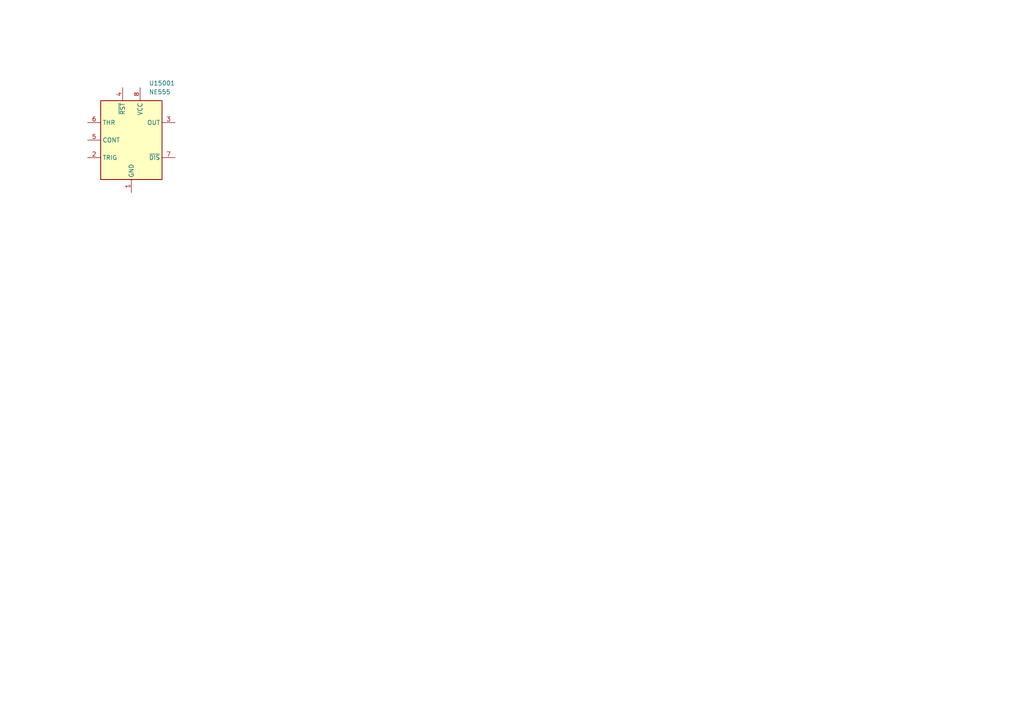
<source format=kicad_sch>
(kicad_sch
	(version 20231120)
	(generator "eeschema")
	(generator_version "8.0")
	(uuid "6f1683a3-aed9-4690-bcba-f2a293c94332")
	(paper "A4")
	(title_block
		(title "Lily KiCad Library test")
		(date "2024-07-03")
		(rev "1")
		(company "LilyTronics")
	)
	(lib_symbols
		(symbol "lily_symbols:ic_timer_NE555_soic8"
			(exclude_from_sim no)
			(in_bom yes)
			(on_board yes)
			(property "Reference" "U"
				(at 17.78 11.43 0)
				(effects
					(font
						(size 1.27 1.27)
					)
					(justify left)
				)
			)
			(property "Value" "NE555"
				(at 17.78 8.89 0)
				(effects
					(font
						(size 1.27 1.27)
					)
					(justify left)
				)
			)
			(property "Footprint" "lily_footprints:soic8"
				(at 12.7 -38.1 0)
				(effects
					(font
						(size 1.27 1.27)
					)
					(hide yes)
				)
			)
			(property "Datasheet" ""
				(at 0 0 0)
				(effects
					(font
						(size 1.27 1.27)
					)
					(hide yes)
				)
			)
			(property "Description" ""
				(at 0 0 0)
				(effects
					(font
						(size 1.27 1.27)
					)
					(hide yes)
				)
			)
			(property "Revision" "1"
				(at 12.7 -33.02 0)
				(effects
					(font
						(size 1.27 1.27)
					)
					(hide yes)
				)
			)
			(property "Status" "Active"
				(at 12.7 -35.56 0)
				(effects
					(font
						(size 1.27 1.27)
					)
					(hide yes)
				)
			)
			(property "Manufacturer" "IDCHIP"
				(at 12.7 -40.64 0)
				(effects
					(font
						(size 1.27 1.27)
					)
					(hide yes)
				)
			)
			(property "Manufacturer_ID" "NE555"
				(at 12.7 -43.18 0)
				(effects
					(font
						(size 1.27 1.27)
					)
					(hide yes)
				)
			)
			(property "Lily_ID" "1914-10012"
				(at 12.7 -45.72 0)
				(effects
					(font
						(size 1.27 1.27)
					)
					(hide yes)
				)
			)
			(property "JLCPCB_ID" "C5125085"
				(at 12.7 -48.26 0)
				(effects
					(font
						(size 1.27 1.27)
					)
					(hide yes)
				)
			)
			(property "JLCPCB_STATUS" "Extended"
				(at 12.7 -50.8 0)
				(effects
					(font
						(size 1.27 1.27)
					)
					(hide yes)
				)
			)
			(symbol "ic_timer_NE555_soic8_0_1"
				(rectangle
					(start 3.81 6.35)
					(end 21.59 -16.51)
					(stroke
						(width 0.254)
						(type default)
					)
					(fill
						(type background)
					)
				)
			)
			(symbol "ic_timer_NE555_soic8_1_1"
				(pin power_in line
					(at 12.7 -20.32 90)
					(length 3.81)
					(name "GND"
						(effects
							(font
								(size 1.27 1.27)
							)
						)
					)
					(number "1"
						(effects
							(font
								(size 1.27 1.27)
							)
						)
					)
				)
				(pin input line
					(at 0 -10.16 0)
					(length 3.81)
					(name "TRIG"
						(effects
							(font
								(size 1.27 1.27)
							)
						)
					)
					(number "2"
						(effects
							(font
								(size 1.27 1.27)
							)
						)
					)
				)
				(pin output line
					(at 25.4 0 180)
					(length 3.81)
					(name "OUT"
						(effects
							(font
								(size 1.27 1.27)
							)
						)
					)
					(number "3"
						(effects
							(font
								(size 1.27 1.27)
							)
						)
					)
				)
				(pin input line
					(at 10.16 10.16 270)
					(length 3.81)
					(name "~{RST}"
						(effects
							(font
								(size 1.27 1.27)
							)
						)
					)
					(number "4"
						(effects
							(font
								(size 1.27 1.27)
							)
						)
					)
				)
				(pin input line
					(at 0 -5.08 0)
					(length 3.81)
					(name "CONT"
						(effects
							(font
								(size 1.27 1.27)
							)
						)
					)
					(number "5"
						(effects
							(font
								(size 1.27 1.27)
							)
						)
					)
				)
				(pin input line
					(at 0 0 0)
					(length 3.81)
					(name "THR"
						(effects
							(font
								(size 1.27 1.27)
							)
						)
					)
					(number "6"
						(effects
							(font
								(size 1.27 1.27)
							)
						)
					)
				)
				(pin open_collector line
					(at 25.4 -10.16 180)
					(length 3.81)
					(name "~{DIS}"
						(effects
							(font
								(size 1.27 1.27)
							)
						)
					)
					(number "7"
						(effects
							(font
								(size 1.27 1.27)
							)
						)
					)
				)
				(pin power_in line
					(at 15.24 10.16 270)
					(length 3.81)
					(name "VCC"
						(effects
							(font
								(size 1.27 1.27)
							)
						)
					)
					(number "8"
						(effects
							(font
								(size 1.27 1.27)
							)
						)
					)
				)
			)
		)
	)
	(symbol
		(lib_id "lily_symbols:ic_timer_NE555_soic8")
		(at 25.4 35.56 0)
		(unit 1)
		(exclude_from_sim no)
		(in_bom yes)
		(on_board yes)
		(dnp no)
		(uuid "79d34989-ae96-4ad1-a6aa-65e435779f42")
		(property "Reference" "U15001"
			(at 43.18 24.13 0)
			(effects
				(font
					(size 1.27 1.27)
				)
				(justify left)
			)
		)
		(property "Value" "NE555"
			(at 43.18 26.67 0)
			(effects
				(font
					(size 1.27 1.27)
				)
				(justify left)
			)
		)
		(property "Footprint" "lily_footprints:soic8"
			(at 38.1 73.66 0)
			(effects
				(font
					(size 1.27 1.27)
				)
				(hide yes)
			)
		)
		(property "Datasheet" ""
			(at 25.4 35.56 0)
			(effects
				(font
					(size 1.27 1.27)
				)
				(hide yes)
			)
		)
		(property "Description" ""
			(at 25.4 35.56 0)
			(effects
				(font
					(size 1.27 1.27)
				)
				(hide yes)
			)
		)
		(property "Revision" "1"
			(at 38.1 68.58 0)
			(effects
				(font
					(size 1.27 1.27)
				)
				(hide yes)
			)
		)
		(property "Status" "Active"
			(at 38.1 71.12 0)
			(effects
				(font
					(size 1.27 1.27)
				)
				(hide yes)
			)
		)
		(property "Manufacturer" "IDCHIP"
			(at 38.1 76.2 0)
			(effects
				(font
					(size 1.27 1.27)
				)
				(hide yes)
			)
		)
		(property "Manufacturer_ID" "NE555"
			(at 38.1 78.74 0)
			(effects
				(font
					(size 1.27 1.27)
				)
				(hide yes)
			)
		)
		(property "Lily_ID" "1914-10012"
			(at 38.1 81.28 0)
			(effects
				(font
					(size 1.27 1.27)
				)
				(hide yes)
			)
		)
		(property "JLCPCB_ID" "C5125085"
			(at 38.1 83.82 0)
			(effects
				(font
					(size 1.27 1.27)
				)
				(hide yes)
			)
		)
		(property "JLCPCB_STATUS" "Extended"
			(at 38.1 86.36 0)
			(effects
				(font
					(size 1.27 1.27)
				)
				(hide yes)
			)
		)
		(pin "6"
			(uuid "39668a1f-9084-4c57-891e-2df6207255bb")
		)
		(pin "5"
			(uuid "10ac9090-2dce-40bf-ad20-34e368691e72")
		)
		(pin "7"
			(uuid "a4bda6e3-08f2-429f-bd53-837b33ef9d64")
		)
		(pin "2"
			(uuid "4c4ade20-2813-4772-bb3e-4515ea7ad5c2")
		)
		(pin "1"
			(uuid "55659ca3-d1e1-45fd-8c21-43ffaf68d76c")
		)
		(pin "3"
			(uuid "94d7f1f2-639b-43f7-abd7-26bffc58b509")
		)
		(pin "4"
			(uuid "5dbc181a-274c-4545-9b37-3ba566fe8ed0")
		)
		(pin "8"
			(uuid "b8ac44fe-e538-4379-bb8e-4c131aabf97f")
		)
		(instances
			(project "kicad_lib_test"
				(path "/032b8f2d-5c08-4381-9e3a-c197ca84e3c5/a89ded65-6ba0-47b6-baaa-9b3f23dcb92f"
					(reference "U15001")
					(unit 1)
				)
			)
		)
	)
)
</source>
